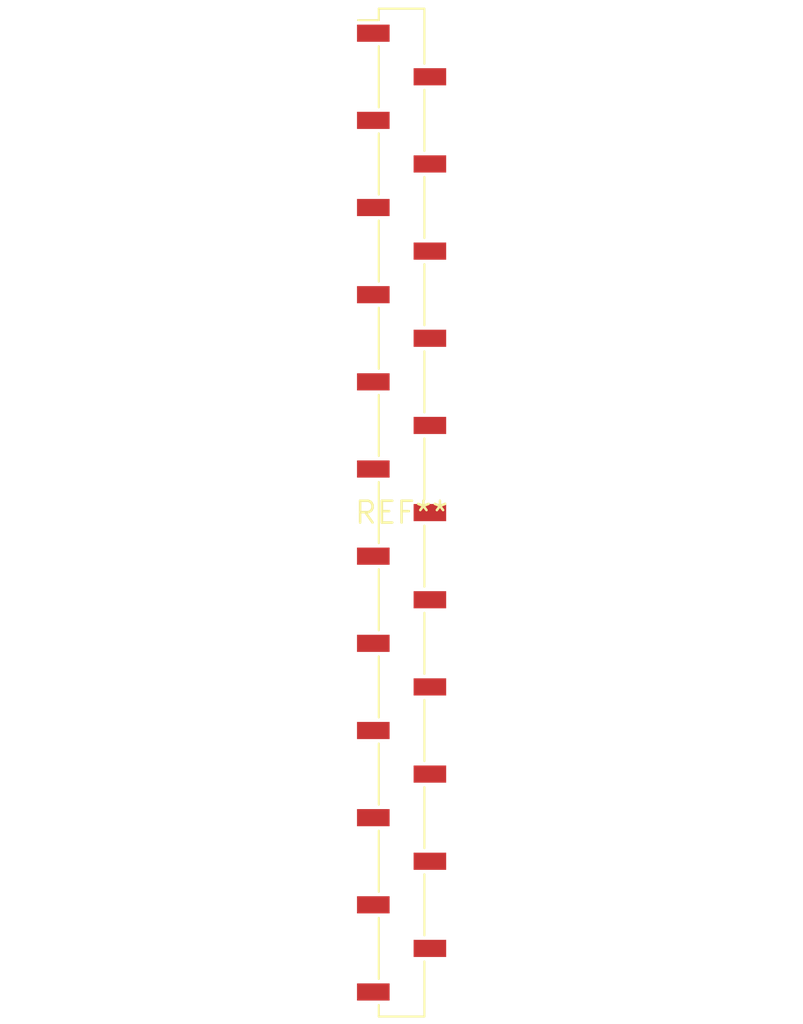
<source format=kicad_pcb>
(kicad_pcb (version 20240108) (generator pcbnew)
  (layers (0 "F.Cu" signal) (31 "B.Cu" signal) (34 "B.Paste" user) (35 "F.Paste" user) (36 "B.SilkS" user "B.Silkscreen") (37 "F.SilkS" user "F.Silkscreen") (38 "B.Mask" user) (39 "F.Mask" user) (44 "Edge.Cuts" user))
  (net 0 "")
  (footprint "PinSocket_1x23_P2.54mm_Vertical_SMD_Pin1Left" (layer "F.Cu") (at 0 0)
    (property "Reference" "REF**")
    (property "Value" "PinSocket_1x23_P2.54mm_Vertical_SMD_Pin1Left")
    (fp_line (start -2.54 -28.7) (end -1.33 -28.7) (layer "F.SilkS") (stroke (width 0.12)))
    (fp_line (start -1.33 -29.37) (end -1.33 -28.7) (layer "F.SilkS") (stroke (width 0.12)))
    (fp_line (start -1.33 -29.37) (end 1.33 -29.37) (layer "F.SilkS") (stroke (width 0.12)))
    (fp_line (start -1.33 -27.18) (end -1.33 -23.62) (layer "F.SilkS") (stroke (width 0.12)))
    (fp_line (start -1.33 -22.1) (end -1.33 -18.54) (layer "F.SilkS") (stroke (width 0.12)))
    (fp_line (start -1.33 -17.02) (end -1.33 -13.46) (layer "F.SilkS") (stroke (width 0.12)))
    (fp_line (start -1.33 -11.94) (end -1.33 -8.38) (layer "F.SilkS") (stroke (width 0.12)))
    (fp_line (start -1.33 -6.86) (end -1.33 -3.3) (layer "F.SilkS") (stroke (width 0.12)))
    (fp_line (start -1.33 -1.78) (end -1.33 1.78) (layer "F.SilkS") (stroke (width 0.12)))
    (fp_line (start -1.33 3.3) (end -1.33 6.86) (layer "F.SilkS") (stroke (width 0.12)))
    (fp_line (start -1.33 8.38) (end -1.33 11.94) (layer "F.SilkS") (stroke (width 0.12)))
    (fp_line (start -1.33 13.46) (end -1.33 17.02) (layer "F.SilkS") (stroke (width 0.12)))
    (fp_line (start -1.33 18.54) (end -1.33 22.1) (layer "F.SilkS") (stroke (width 0.12)))
    (fp_line (start -1.33 23.62) (end -1.33 27.18) (layer "F.SilkS") (stroke (width 0.12)))
    (fp_line (start -1.33 28.7) (end -1.33 29.37) (layer "F.SilkS") (stroke (width 0.12)))
    (fp_line (start -1.33 29.37) (end 1.33 29.37) (layer "F.SilkS") (stroke (width 0.12)))
    (fp_line (start 1.33 -29.37) (end 1.33 -26.16) (layer "F.SilkS") (stroke (width 0.12)))
    (fp_line (start 1.33 -24.64) (end 1.33 -21.08) (layer "F.SilkS") (stroke (width 0.12)))
    (fp_line (start 1.33 -19.56) (end 1.33 -16) (layer "F.SilkS") (stroke (width 0.12)))
    (fp_line (start 1.33 -14.48) (end 1.33 -10.92) (layer "F.SilkS") (stroke (width 0.12)))
    (fp_line (start 1.33 -9.4) (end 1.33 -5.84) (layer "F.SilkS") (stroke (width 0.12)))
    (fp_line (start 1.33 -4.32) (end 1.33 -0.76) (layer "F.SilkS") (stroke (width 0.12)))
    (fp_line (start 1.33 0.76) (end 1.33 4.32) (layer "F.SilkS") (stroke (width 0.12)))
    (fp_line (start 1.33 5.84) (end 1.33 9.4) (layer "F.SilkS") (stroke (width 0.12)))
    (fp_line (start 1.33 10.92) (end 1.33 14.48) (layer "F.SilkS") (stroke (width 0.12)))
    (fp_line (start 1.33 16) (end 1.33 19.56) (layer "F.SilkS") (stroke (width 0.12)))
    (fp_line (start 1.33 21.08) (end 1.33 24.64) (layer "F.SilkS") (stroke (width 0.12)))
    (fp_line (start 1.33 26.16) (end 1.33 29.37) (layer "F.SilkS") (stroke (width 0.12)))
    (pad "1" smd rect (at -1.65 -27.94) (size 1.9 1) (layers "F.Cu" "F.Paste" "F.Mask"))
    (pad "2" smd rect (at 1.65 -25.4) (size 1.9 1) (layers "F.Cu" "F.Paste" "F.Mask"))
    (pad "3" smd rect (at -1.65 -22.86) (size 1.9 1) (layers "F.Cu" "F.Paste" "F.Mask"))
    (pad "4" smd rect (at 1.65 -20.32) (size 1.9 1) (layers "F.Cu" "F.Paste" "F.Mask"))
    (pad "5" smd rect (at -1.65 -17.78) (size 1.9 1) (layers "F.Cu" "F.Paste" "F.Mask"))
    (pad "6" smd rect (at 1.65 -15.24) (size 1.9 1) (layers "F.Cu" "F.Paste" "F.Mask"))
    (pad "7" smd rect (at -1.65 -12.7) (size 1.9 1) (layers "F.Cu" "F.Paste" "F.Mask"))
    (pad "8" smd rect (at 1.65 -10.16) (size 1.9 1) (layers "F.Cu" "F.Paste" "F.Mask"))
    (pad "9" smd rect (at -1.65 -7.62) (size 1.9 1) (layers "F.Cu" "F.Paste" "F.Mask"))
    (pad "10" smd rect (at 1.65 -5.08) (size 1.9 1) (layers "F.Cu" "F.Paste" "F.Mask"))
    (pad "11" smd rect (at -1.65 -2.54) (size 1.9 1) (layers "F.Cu" "F.Paste" "F.Mask"))
    (pad "12" smd rect (at 1.65 0) (size 1.9 1) (layers "F.Cu" "F.Paste" "F.Mask"))
    (pad "13" smd rect (at -1.65 2.54) (size 1.9 1) (layers "F.Cu" "F.Paste" "F.Mask"))
    (pad "14" smd rect (at 1.65 5.08) (size 1.9 1) (layers "F.Cu" "F.Paste" "F.Mask"))
    (pad "15" smd rect (at -1.65 7.62) (size 1.9 1) (layers "F.Cu" "F.Paste" "F.Mask"))
    (pad "16" smd rect (at 1.65 10.16) (size 1.9 1) (layers "F.Cu" "F.Paste" "F.Mask"))
    (pad "17" smd rect (at -1.65 12.7) (size 1.9 1) (layers "F.Cu" "F.Paste" "F.Mask"))
    (pad "18" smd rect (at 1.65 15.24) (size 1.9 1) (layers "F.Cu" "F.Paste" "F.Mask"))
    (pad "19" smd rect (at -1.65 17.78) (size 1.9 1) (layers "F.Cu" "F.Paste" "F.Mask"))
    (pad "20" smd rect (at 1.65 20.32) (size 1.9 1) (layers "F.Cu" "F.Paste" "F.Mask"))
    (pad "21" smd rect (at -1.65 22.86) (size 1.9 1) (layers "F.Cu" "F.Paste" "F.Mask"))
    (pad "22" smd rect (at 1.65 25.4) (size 1.9 1) (layers "F.Cu" "F.Paste" "F.Mask"))
    (pad "23" smd rect (at -1.65 27.94) (size 1.9 1) (layers "F.Cu" "F.Paste" "F.Mask"))
  )
)
</source>
